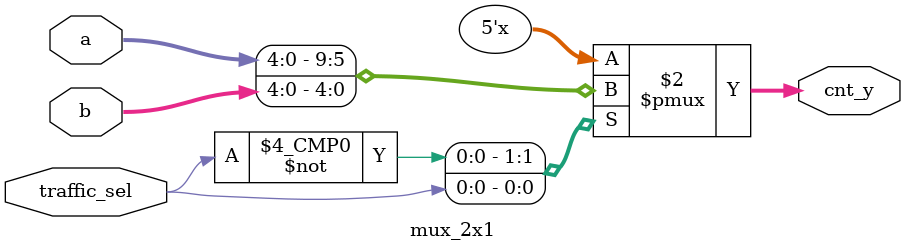
<source format=sv>




//     logic [4:0] w_count_red, w_count_green;
//     logic w_tick_sec;

//     tick_sec U_TICK_SEC (

//         .clk(clk),
//         .reset(reset),
//         .tick_sec(w_tick_sec)


//     );

//     mux_2x1 U_MUX_FOR_RED_CNT (
//         .traffic_sel(o_tr_state),
//         .a(10),
//         .b(30),
//         .cnt_y(w_count_red)

//     );


//     mux_2x1 U_MUX_FOR_GREEN_CNT (
//         .traffic_sel(o_tr_state),
//         .a(30),
//         .b(10),
//         .cnt_y(w_count_green)
//     );


//     TrafficLight_FSM U_TR_FSM (
//         .clk(clk),
//         .tick_sec(w_tick_sec),
//         .reset(reset),
//         .howmany_count_red(w_count_red),
//         .howmany_count_green(w_count_green),
//         .traffic_sel(traffic_sel), //영상처리 유동랑 상태에 따른 SEL,
//         .o_tr_light(o_tr_light),  //신호 상태 
//         .o_tr_state(o_tr_state),  //유동량 상태
//         .tr_valid(tr_valid),
//         .light_valid(light_valid)




//     );




// endmodule



// module mux_2x1 (
//     input  logic       traffic_sel,
//     input  logic [4:0] a,
//     input  logic [4:0] b,
//     output logic [4:0] cnt_y

// );

//     always_comb begin
//         cnt_y = a;
//         case (traffic_sel)
//             1'b0: begin
//                 cnt_y = a;

//             end

//             1'b1: begin
//                 cnt_y = b;
//             end

//         endcase


//     end

// endmodule


`timescale 1ns / 1ps



module Signal_CU (
    input  logic       clk,
    input  logic       reset,
    input  logic       traffic_sel,
    output logic       o_tr_light,
    output logic       o_tr_state,
    output logic       tr_valid,
    output logic       light_valid,
    output logic [4:0] red_left_time,
    output logic [4:0] green_left_time,
    output logic tick_sec
);

    logic [4:0] w_count_red, w_count_green;
    logic w_tick_sec;

    assign tick_sec = w_tick_sec;

    tick_sec U_TICK_SEC (

        .clk(clk),
        .reset(reset),
        .tick_sec(w_tick_sec)


    );

    mux_2x1 U_MUX_FOR_RED_CNT (
        .traffic_sel(o_tr_state),
        .a(22),
        .b(31),
        .cnt_y(w_count_red)

    );


    mux_2x1 U_MUX_FOR_GREEN_CNT (
        .traffic_sel(o_tr_state),
        .a(31),
        .b(22),
        .cnt_y(w_count_green)
    );


    TrafficLight_FSM U_TR_FSM (
        .clk(clk),
        .tick_sec(w_tick_sec),
        .reset(reset),
        .howmany_count_red(w_count_red),
        .howmany_count_green(w_count_green),
        .traffic_sel(traffic_sel), //영상처리 유동랑 상태에 따른 SEL,
        .o_tr_light(o_tr_light),  //신호 상태 
        .o_tr_state(o_tr_state),  //유동량 상태
        .red_left_time(red_left_time),
        .green_left_time(green_left_time),
        .tr_valid(tr_valid),
        .light_valid(light_valid)
    );




endmodule



module mux_2x1 (
    input  logic       traffic_sel,
    input  logic [4:0] a,
    input  logic [4:0] b,
    output logic [4:0] cnt_y

);

    always_comb begin
        cnt_y = a;
        case (traffic_sel)
            1'b0: begin
                cnt_y = a;

            end

            1'b1: begin
                cnt_y = b;
            end

        endcase


    end

endmodule

</source>
